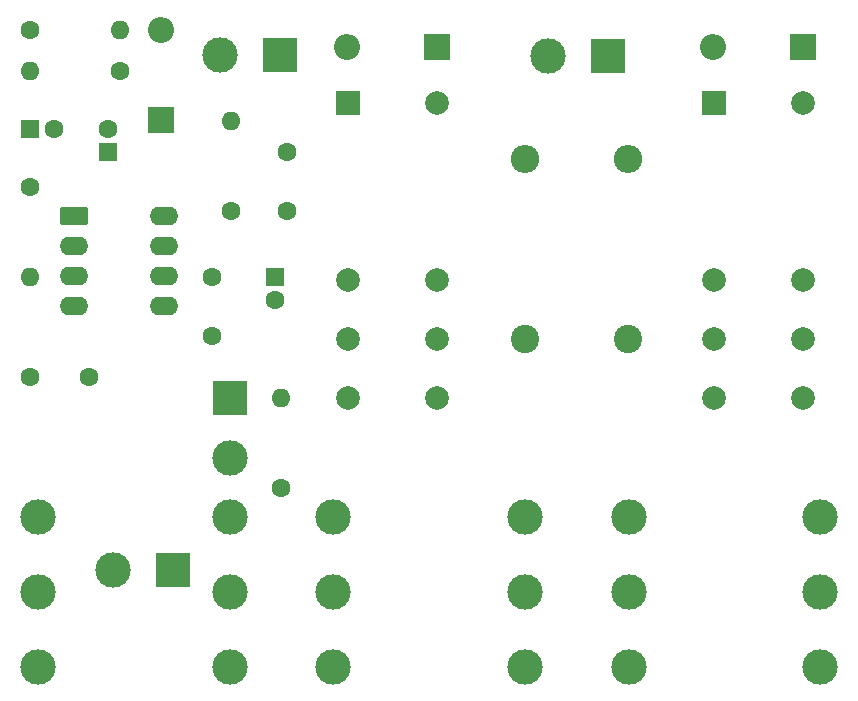
<source format=gbs>
%TF.GenerationSoftware,KiCad,Pcbnew,9.0.0+dfsg-1*%
%TF.CreationDate,2025-03-12T17:56:55+01:00*%
%TF.ProjectId,relays-array-2,72656c61-7973-42d6-9172-7261792d322e,1.0*%
%TF.SameCoordinates,Original*%
%TF.FileFunction,Soldermask,Bot*%
%TF.FilePolarity,Negative*%
%FSLAX46Y46*%
G04 Gerber Fmt 4.6, Leading zero omitted, Abs format (unit mm)*
G04 Created by KiCad (PCBNEW 9.0.0+dfsg-1) date 2025-03-12 17:56:55*
%MOMM*%
%LPD*%
G01*
G04 APERTURE LIST*
G04 Aperture macros list*
%AMRoundRect*
0 Rectangle with rounded corners*
0 $1 Rounding radius*
0 $2 $3 $4 $5 $6 $7 $8 $9 X,Y pos of 4 corners*
0 Add a 4 corners polygon primitive as box body*
4,1,4,$2,$3,$4,$5,$6,$7,$8,$9,$2,$3,0*
0 Add four circle primitives for the rounded corners*
1,1,$1+$1,$2,$3*
1,1,$1+$1,$4,$5*
1,1,$1+$1,$6,$7*
1,1,$1+$1,$8,$9*
0 Add four rect primitives between the rounded corners*
20,1,$1+$1,$2,$3,$4,$5,0*
20,1,$1+$1,$4,$5,$6,$7,0*
20,1,$1+$1,$6,$7,$8,$9,0*
20,1,$1+$1,$8,$9,$2,$3,0*%
G04 Aperture macros list end*
%ADD10R,3.000000X3.000000*%
%ADD11C,3.000000*%
%ADD12R,2.200000X2.200000*%
%ADD13O,2.200000X2.200000*%
%ADD14C,1.600000*%
%ADD15O,1.600000X1.600000*%
%ADD16R,1.600000X1.600000*%
%ADD17C,2.400000*%
%ADD18O,2.400000X2.400000*%
%ADD19C,2.000000*%
%ADD20R,2.000000X2.000000*%
%ADD21RoundRect,0.250000X-0.950000X-0.550000X0.950000X-0.550000X0.950000X0.550000X-0.950000X0.550000X0*%
%ADD22O,2.400000X1.600000*%
G04 APERTURE END LIST*
D10*
%TO.C,J16*%
X50180000Y-114500000D03*
D11*
X45100000Y-114500000D03*
%TD*%
D12*
%TO.C,D2*%
X103560000Y-70250000D03*
D13*
X95940000Y-70250000D03*
%TD*%
D14*
%TO.C,C2*%
X38100000Y-98200000D03*
X43100000Y-98200000D03*
%TD*%
%TO.C,R13*%
X55100000Y-84100000D03*
D15*
X55100000Y-76480000D03*
%TD*%
D16*
%TO.C,C8*%
X58800000Y-89700000D03*
D14*
X58800000Y-91700000D03*
%TD*%
D11*
%TO.C,J2*%
X105000000Y-116350000D03*
X88770000Y-116350000D03*
X105000000Y-122700000D03*
X88770000Y-122700000D03*
X105000000Y-110000000D03*
X88770000Y-110000000D03*
%TD*%
D16*
%TO.C,C10*%
X38100000Y-77200000D03*
D14*
X40100000Y-77200000D03*
%TD*%
D12*
%TO.C,D9*%
X49200000Y-76410000D03*
D13*
X49200000Y-68790000D03*
%TD*%
D11*
%TO.C,J14*%
X55000000Y-116350000D03*
X38770000Y-116350000D03*
X55000000Y-122700000D03*
X38770000Y-122700000D03*
X55000000Y-110000000D03*
X38770000Y-110000000D03*
%TD*%
D17*
%TO.C,R2*%
X88750000Y-95000000D03*
D18*
X88750000Y-79760000D03*
%TD*%
D19*
%TO.C,K1*%
X65000000Y-95000000D03*
X65000000Y-90000000D03*
X65000000Y-100000000D03*
X72500000Y-95000000D03*
X72500000Y-90000000D03*
X72500000Y-100000000D03*
D20*
X65000000Y-75000000D03*
D19*
X72500000Y-75000000D03*
%TD*%
D12*
%TO.C,D1*%
X72560000Y-70250000D03*
D13*
X64940000Y-70250000D03*
%TD*%
D14*
%TO.C,R16*%
X38100000Y-82080000D03*
D15*
X38100000Y-89700000D03*
%TD*%
D11*
%TO.C,J1*%
X80000000Y-116350000D03*
X63770000Y-116350000D03*
X80000000Y-122700000D03*
X63770000Y-122700000D03*
X80000000Y-110000000D03*
X63770000Y-110000000D03*
%TD*%
D19*
%TO.C,K2*%
X96000000Y-95000000D03*
X96000000Y-90000000D03*
X96000000Y-100000000D03*
X103500000Y-95000000D03*
X103500000Y-90000000D03*
X103500000Y-100000000D03*
D20*
X96000000Y-75000000D03*
D19*
X103500000Y-75000000D03*
%TD*%
D14*
%TO.C,R9*%
X59300000Y-107600000D03*
D15*
X59300000Y-99980000D03*
%TD*%
D14*
%TO.C,C1*%
X53500000Y-94700000D03*
X53500000Y-89700000D03*
%TD*%
D17*
%TO.C,R1*%
X80000000Y-95000000D03*
D18*
X80000000Y-79760000D03*
%TD*%
D14*
%TO.C,R15*%
X38080000Y-68800000D03*
D15*
X45700000Y-68800000D03*
%TD*%
D10*
%TO.C,J3*%
X87040000Y-71000000D03*
D11*
X81960000Y-71000000D03*
%TD*%
D21*
%TO.C,U1*%
X41790000Y-84590000D03*
D22*
X41790000Y-87130000D03*
X41790000Y-89670000D03*
X41790000Y-92210000D03*
X49410000Y-92210000D03*
X49410000Y-89670000D03*
X49410000Y-87130000D03*
X49410000Y-84590000D03*
%TD*%
D10*
%TO.C,J15*%
X55000000Y-100000000D03*
D11*
X55000000Y-105080000D03*
%TD*%
D14*
%TO.C,R14*%
X45700000Y-72300000D03*
D15*
X38080000Y-72300000D03*
%TD*%
D16*
%TO.C,C7*%
X44700000Y-79155113D03*
D14*
X44700000Y-77155113D03*
%TD*%
%TO.C,C3*%
X59800000Y-84100000D03*
X59800000Y-79100000D03*
%TD*%
D10*
%TO.C,J10*%
X59280000Y-70900000D03*
D11*
X54200000Y-70900000D03*
%TD*%
M02*

</source>
